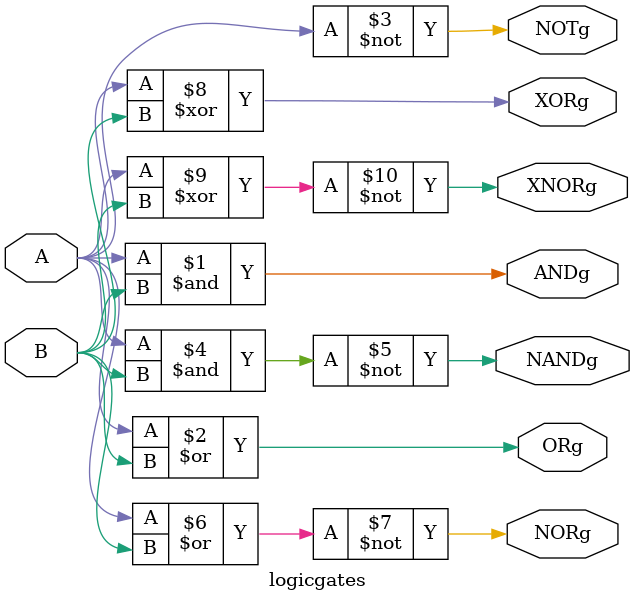
<source format=v>
module logicgates(
input A,B,
output ANDg,ORg,NOTg,NANDg,NORg,XORg,XNORg
);
assign ANDg = A&B;
assign ORg = A|B;
assign NOTg = ~A;
assign NANDg = ~(A&B);
assign NORg = ~(A|B);
assign XORg = A^B;
assign XNORg = ~(A^B);

endmodule
</source>
